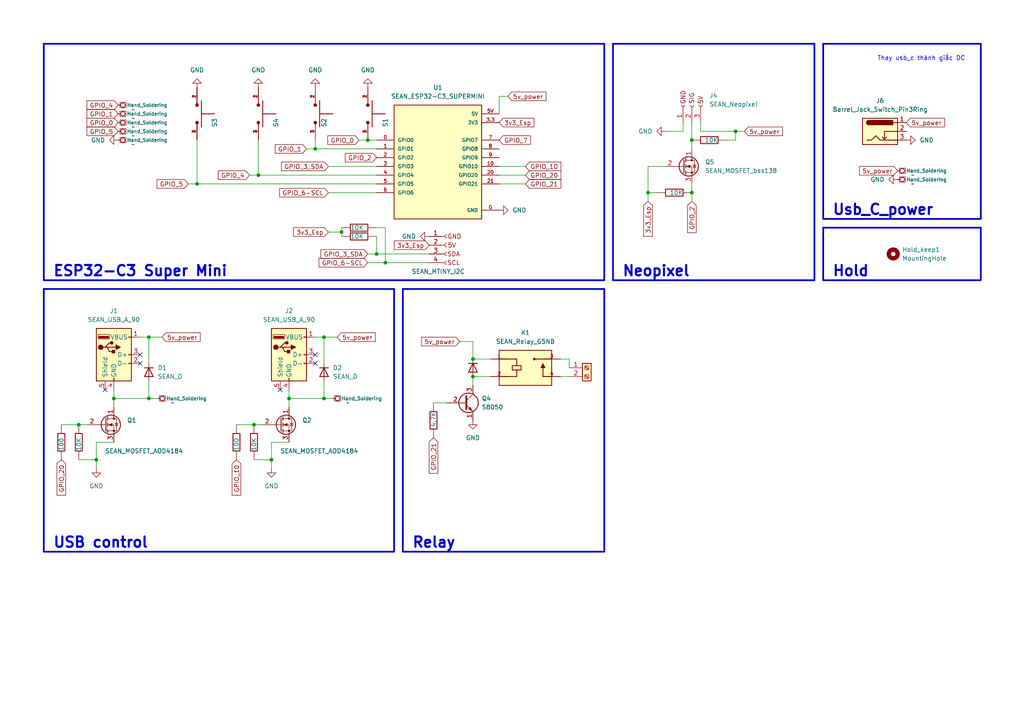
<source format=kicad_sch>
(kicad_sch (version 20231120) (generator "eeschema") (generator_version "8.0")
  (paper "A4")
  (title_block (title "HOMEKIT_TOOL") (date "2024-07-12") (rev "1.1.0"))
  (lib_symbols
    (symbol "Connector:Barrel_Jack_Switch_Pin3Ring" (pin_names hide)
      (property "Reference" "J" (at 0 5.334 0))
      (property "Value" "Barrel_Jack_Switch_Pin3Ring" (at 0 -5.08 0))
      (symbol "Barrel_Jack_Switch_Pin3Ring_0_1"
        (rectangle (start -5.08 3.81) (end 5.08 -3.81) (stroke (width 0.254)) (fill (type background)))
        (arc (start -3.302 3.175) (mid -3.9343 2.54) (end -3.302 1.905) (stroke (width 0.254)))
        (arc (start -3.302 3.175) (mid -3.9343 2.54) (end -3.302 1.905) (stroke (width 0.254)) (fill (type outline)))
        (polyline (pts (xy 1.27 -2.286) (xy 1.905 -1.651)) (stroke (width 0.254)))
        (polyline (pts (xy 5.08 2.54) (xy 3.81 2.54)) (stroke (width 0.254)))
        (polyline (pts (xy 5.08 0) (xy 1.27 0) (xy 1.27 -2.286) (xy 0.635 -1.651)) (stroke (width 0.254)))
        (polyline (pts (xy -3.81 -2.54) (xy -2.54 -2.54) (xy -1.27 -1.27) (xy 0 -2.54) (xy 2.54 -2.54) (xy 5.08 -2.54)) (stroke (width 0.254)))
        (rectangle (start 3.683 3.175) (end -3.302 1.905) (stroke (width 0.254)) (fill (type outline)))
      )
      (symbol "Barrel_Jack_Switch_Pin3Ring_1_1"
        (pin passive line (at 7.62 2.54 180) (length 2.54) (name "~") (number "1"))
        (pin passive line (at 7.62 0 180) (length 2.54) (name "~") (number "2"))
        (pin passive line (at 7.62 -2.54 180) (length 2.54) (name "~") (number "3"))
      )
    )
    (symbol "Library:GND" (power) (pin_numbers hide) (pin_names (offset 0) hide)
      (property "Value" "GND" (at 0 -3.81 0))
      (symbol "GND_0_1"
        (polyline (pts (xy 0 0) (xy 0 -1.27) (xy 1.27 -1.27) (xy 0 -2.54) (xy -1.27 -1.27) (xy 0 -1.27)))
      )
      (symbol "GND_1_1"
        (pin power_in line (at 0 0 270) (length 0) (name "~") (number "1"))
      )
    )
    (symbol "Library:MountingHole" (pin_names (offset 1.016)) (exclude_from_sim yes) (in_bom no)
      (property "Reference" "H" (at 0 5.08 0))
      (property "Value" "MountingHole" (at 0 3.175 0))
      (symbol "MountingHole_0_1"
        (circle (center 0 0) (radius 1.27) (stroke (width 1.27)))
      )
    )
    (symbol "Library:S8050" (pin_names (offset 0) hide)
      (property "Reference" "Q" (at 5.08 1.905 0))
      (property "Value" "S8050" (at 5.08 0 0))
      (symbol "S8050_0_1"
        (polyline (pts (xy 0 0) (xy 0.635 0)))
        (polyline (pts (xy 0.635 0.635) (xy 2.54 2.54)))
        (polyline (pts (xy 0.635 -0.635) (xy 2.54 -2.54) (xy 2.54 -2.54)))
        (polyline (pts (xy 0.635 1.905) (xy 0.635 -1.905) (xy 0.635 -1.905)) (stroke (width 0.508)))
        (polyline (pts (xy 1.27 -1.778) (xy 1.778 -1.27) (xy 2.286 -2.286) (xy 1.27 -1.778) (xy 1.27 -1.778)) (fill (type outline)))
        (circle (center 1.27 0) (radius 2.8194) (stroke (width 0.254)))
      )
      (symbol "S8050_1_1"
        (pin passive line (at 2.54 -5.08 90) (length 2.54) (name "E") (number "1"))
        (pin input line (at -5.08 0 0) (length 5.08) (name "B") (number "2"))
        (pin passive line (at 2.54 5.08 270) (length 2.54) (name "C") (number "3"))
      )
    )
    (symbol "Library:SEAN_Button_4.2x3.3_SMD_V1" (pin_names (offset 1.016))
      (property "Reference" "S" (at -5.08 6.35 0))
      (property "Value" "SEAN_Button_4.2x3.3_SMD_V1" (at -15.24 -5.08 0))
      (symbol "SEAN_Button_4.2x3.3_SMD_V1_0_0"
        (circle (center -2.54 0) (radius 0.254) (stroke (width 0.508)))
        (polyline (pts (xy -3.81 1.27) (xy 0 1.27)) (stroke (width 0.254)))
        (polyline (pts (xy 0 1.27) (xy 0 5.08)) (stroke (width 0.254)))
        (polyline (pts (xy 0 1.27) (xy 3.81 1.27)) (stroke (width 0.254)))
        (circle (center 2.54 0) (radius 0.254) (stroke (width 0.508)))
        (pin passive line (at -7.62 0 0) (length 5.08) (name "~") (number "1"))
        (pin passive line (at -7.62 0 0) (length 5.08) (name "~") (number "2"))
        (pin passive line (at 7.62 0 180) (length 5.08) (name "~") (number "3"))
        (pin passive line (at 7.62 0 180) (length 5.08) (name "~") (number "4"))
      )
    )
    (symbol "Library:SEAN_D" (pin_numbers hide) (pin_names (offset 1.016) hide)
      (property "Reference" "D" (at 0 2.54 0))
      (property "Value" "SEAN_D" (at 0 -2.54 0))
      (symbol "SEAN_D_0_1"
        (polyline (pts (xy -1.27 1.27) (xy -1.27 -1.27)) (stroke (width 0.254)))
        (polyline (pts (xy 1.27 0) (xy -1.27 0)))
        (polyline (pts (xy 1.27 1.27) (xy 1.27 -1.27) (xy -1.27 0) (xy 1.27 1.27)) (stroke (width 0.254)))
      )
      (symbol "SEAN_D_1_1"
        (pin passive line (at -2.54 0 0) (length 2.54) (name "K") (number "1"))
        (pin passive line (at 2.54 0 180) (length 2.54) (name "A") (number "2"))
      )
    )
    (symbol "Library:SEAN_ESP32-C3_SUPERMINI" (pin_names (offset 1.016))
      (property "Reference" "U" (at -12.7 16.002 0))
      (property "Value" "SEAN_ESP32-C3_SUPERMINI" (at -12.7 -20.32 0))
      (symbol "SEAN_ESP32-C3_SUPERMINI_0_0"
        (rectangle (start -12.7 15.24) (end 12.7 -17.78) (stroke (width 0.254)) (fill (type background)))
        (pin bidirectional line (at -17.78 5.08 0) (length 5.08) (name "GPIO0") (number "0"))
        (pin bidirectional line (at -17.78 2.54 0) (length 5.08) (name "GPIO1") (number "1"))
        (pin bidirectional line (at 17.78 -2.54 180) (length 5.08) (name "GPIO10") (number "10"))
        (pin bidirectional line (at -17.78 0 0) (length 5.08) (name "GPIO2") (number "2"))
        (pin bidirectional line (at 17.78 -5.08 180) (length 5.08) (name "GPIO20") (number "20"))
        (pin bidirectional line (at 17.78 -7.62 180) (length 5.08) (name "GPIO21") (number "21"))
        (pin bidirectional line (at -17.78 -2.54 0) (length 5.08) (name "GPIO3") (number "3"))
        (pin power_in line (at 17.78 10.16 180) (length 5.08) (name "3V3") (number "3.3"))
        (pin bidirectional line (at -17.78 -5.08 0) (length 5.08) (name "GPIO4") (number "4"))
        (pin bidirectional line (at -17.78 -7.62 0) (length 5.08) (name "GPIO5") (number "5"))
        (pin power_in line (at 17.78 12.7 180) (length 5.08) (name "5V") (number "5V"))
        (pin bidirectional line (at -17.78 -10.16 0) (length 5.08) (name "GPIO6") (number "6"))
        (pin bidirectional line (at 17.78 5.08 180) (length 5.08) (name "GPIO7") (number "7"))
        (pin bidirectional line (at 17.78 2.54 180) (length 5.08) (name "GPIO8") (number "8"))
        (pin bidirectional line (at 17.78 0 180) (length 5.08) (name "GPIO9") (number "9"))
        (pin power_in line (at 17.78 -15.24 180) (length 5.08) (name "GND") (number "G"))
      )
    )
    (symbol "Library:SEAN_Hand_Solderring"
      (property "Reference" "U" (at 0 1.27 0))
      (symbol "SEAN_Hand_Solderring_0_1"
        (rectangle (start -2.286 0.762) (end -0.508 -0.762))
      )
      (symbol "SEAN_Hand_Solderring_1_1"
        (pin passive inverted (at 0 0 180) (length 2) (name "Hand_Soldering") (number "1"))
      )
    )
    (symbol "Library:SEAN_MOSFET_AOD4184" (pin_names hide)
      (property "Reference" "Q" (at 5.08 1.905 0))
      (property "Value" "SEAN_MOSFET_AOD4184" (at 5.08 0 0))
      (symbol "SEAN_MOSFET_AOD4184_0_1"
        (polyline (pts (xy 0.254 0) (xy -2.54 0)))
        (polyline (pts (xy 0.254 1.905) (xy 0.254 -1.905)) (stroke (width 0.254)))
        (polyline (pts (xy 0.762 -1.27) (xy 0.762 -2.286)) (stroke (width 0.254)))
        (polyline (pts (xy 0.762 0.508) (xy 0.762 -0.508)) (stroke (width 0.254)))
        (polyline (pts (xy 0.762 2.286) (xy 0.762 1.27)) (stroke (width 0.254)))
        (polyline (pts (xy 2.54 2.54) (xy 2.54 1.778)))
        (polyline (pts (xy 2.54 -2.54) (xy 2.54 0) (xy 0.762 0)))
        (polyline (pts (xy 0.762 -1.778) (xy 3.302 -1.778) (xy 3.302 1.778) (xy 0.762 1.778)))
        (polyline (pts (xy 1.016 0) (xy 2.032 0.381) (xy 2.032 -0.381) (xy 1.016 0)) (fill (type outline)))
        (polyline (pts (xy 2.794 0.508) (xy 2.921 0.381) (xy 3.683 0.381) (xy 3.81 0.254)))
        (polyline (pts (xy 3.302 0.381) (xy 2.921 -0.254) (xy 3.683 -0.254) (xy 3.302 0.381)))
        (circle (center 1.651 0) (radius 2.794) (stroke (width 0.254)))
        (circle (center 2.54 -1.778) (radius 0.254) (fill (type outline)))
        (circle (center 2.54 1.778) (radius 0.254) (fill (type outline)))
      )
      (symbol "SEAN_MOSFET_AOD4184_1_1"
        (pin passive line (at 2.54 5.08 270) (length 2.54) (name "D") (number "1"))
        (pin input line (at -5.08 0 0) (length 2.54) (name "G") (number "2"))
        (pin passive line (at 2.54 -5.08 90) (length 2.54) (name "S") (number "3"))
      )
    )
    (symbol "Library:SEAN_MOSFET_bss138" (pin_names hide)
      (property "Reference" "Q" (at 5.08 1.905 0))
      (property "Value" "SEAN_MOSFET_bss138" (at 5.08 0 0))
      (symbol "SEAN_MOSFET_bss138_0_1"
        (polyline (pts (xy 0.254 0) (xy -2.54 0)))
        (polyline (pts (xy 0.254 1.905) (xy 0.254 -1.905)) (stroke (width 0.254)))
        (polyline (pts (xy 0.762 -1.27) (xy 0.762 -2.286)) (stroke (width 0.254)))
        (polyline (pts (xy 0.762 0.508) (xy 0.762 -0.508)) (stroke (width 0.254)))
        (polyline (pts (xy 0.762 2.286) (xy 0.762 1.27)) (stroke (width 0.254)))
        (polyline (pts (xy 2.54 2.54) (xy 2.54 1.778)))
        (polyline (pts (xy 2.54 -2.54) (xy 2.54 0) (xy 0.762 0)))
        (polyline (pts (xy 0.762 -1.778) (xy 3.302 -1.778) (xy 3.302 1.778) (xy 0.762 1.778)))
        (polyline (pts (xy 1.016 0) (xy 2.032 0.381) (xy 2.032 -0.381) (xy 1.016 0)) (fill (type outline)))
        (polyline (pts (xy 2.794 0.508) (xy 2.921 0.381) (xy 3.683 0.381) (xy 3.81 0.254)))
        (polyline (pts (xy 3.302 0.381) (xy 2.921 -0.254) (xy 3.683 -0.254) (xy 3.302 0.381)))
        (circle (center 1.651 0) (radius 2.794) (stroke (width 0.254)))
        (circle (center 2.54 -1.778) (radius 0.254) (fill (type outline)))
        (circle (center 2.54 1.778) (radius 0.254) (fill (type outline)))
      )
      (symbol "SEAN_MOSFET_bss138_1_1"
        (pin passive line (at 2.54 5.08 270) (length 2.54) (name "D") (number "1"))
        (pin input line (at -5.08 0 0) (length 2.54) (name "G") (number "2"))
        (pin passive line (at 2.54 -5.08 90) (length 2.54) (name "S") (number "3"))
      )
    )
    (symbol "Library:SEAN_MTINY_I2C" (pin_names (offset 1.016) hide)
      (property "Reference" "J" (at 0 5.08 0))
      (property "Value" "SEAN_MTINY_I2C" (at 0 -7.62 0))
      (symbol "SEAN_MTINY_I2C_1_1"
        (arc (start 0 -4.572) (mid -0.5058 -5.08) (end 0 -5.588) (stroke (width 0.1524)))
        (arc (start 0 -2.032) (mid -0.5058 -2.54) (end 0 -3.048) (stroke (width 0.1524)))
        (polyline (pts (xy -1.27 -5.08) (xy -0.508 -5.08)) (stroke (width 0.1524)))
        (polyline (pts (xy -1.27 -2.54) (xy -0.508 -2.54)) (stroke (width 0.1524)))
        (polyline (pts (xy -1.27 0) (xy -0.508 0)) (stroke (width 0.1524)))
        (polyline (pts (xy -1.27 2.54) (xy -0.508 2.54)) (stroke (width 0.1524)))
        (arc (start 0 0.508) (mid -0.5058 0) (end 0 -0.508) (stroke (width 0.1524)))
        (arc (start 0 3.048) (mid -0.5058 2.54) (end 0 2.032) (stroke (width 0.1524)))
        (text "5V\n" (at 1.524 0 0) (effects (font (size 1.27 1.27))))
        (text "GND\n" (at 2.286 2.54 0) (effects (font (size 1.27 1.27))))
        (text "SCL" (at 2.032 -5.08 0) (effects (font (size 1.27 1.27))))
        (text "SDA\n" (at 2.032 -2.54 0) (effects (font (size 1.27 1.27))))
        (pin passive line (at -5.08 2.54 0) (length 3.81) (name "GND") (number "1"))
        (pin passive line (at -5.08 0 0) (length 3.81) (name "5V") (number "2"))
        (pin passive line (at -5.08 -2.54 0) (length 3.81) (name "SDA") (number "3"))
        (pin passive line (at -5.08 -5.08 0) (length 3.81) (name "SCL") (number "4"))
      )
    )
    (symbol "Library:SEAN_Mtiny_Terminal_3.81" (pin_names (offset 1.016) hide)
      (property "Reference" "J" (at 0 2.54 0))
      (property "Value" "SEAN_Mtiny_Terminal_3.81" (at 0 -5.08 0))
      (symbol "SEAN_Mtiny_Terminal_3.81_1_1"
        (rectangle (start -1.27 1.27) (end 1.27 -3.81) (stroke (width 0.254)) (fill (type background)))
        (circle (center 0 -2.54) (radius 0.635) (stroke (width 0.1524)))
        (polyline (pts (xy -0.5334 -2.2098) (xy 0.3302 -3.048)) (stroke (width 0.1524)))
        (polyline (pts (xy -0.5334 0.3302) (xy 0.3302 -0.508)) (stroke (width 0.1524)))
        (polyline (pts (xy -0.3556 -2.032) (xy 0.508 -2.8702)) (stroke (width 0.1524)))
        (polyline (pts (xy -0.3556 0.508) (xy 0.508 -0.3302)) (stroke (width 0.1524)))
        (circle (center 0 0) (radius 0.635) (stroke (width 0.1524)))
        (pin passive line (at -5.08 0 0) (length 3.81) (name "Pin_1") (number "1"))
        (pin passive line (at -5.08 -2.54 0) (length 3.81) (name "Pin_2") (number "2"))
      )
    )
    (symbol "Library:SEAN_Neopixel" (pin_names (offset 1.016) hide)
      (property "Reference" "J" (at 0 5.08 0))
      (property "Value" "SEAN_Neopixel" (at -0.254 0.254 0))
      (symbol "SEAN_Neopixel_1_1"
        (arc (start 0 -2.032) (mid -0.5058 -2.54) (end 0 -3.048) (stroke (width 0.1524)))
        (polyline (pts (xy -1.27 -2.54) (xy -0.508 -2.54)) (stroke (width 0.1524)))
        (polyline (pts (xy -1.27 0) (xy -0.508 0)) (stroke (width 0.1524)))
        (polyline (pts (xy -1.27 2.54) (xy -0.508 2.54)) (stroke (width 0.1524)))
        (arc (start 0 0.508) (mid -0.5058 0) (end 0 -0.508) (stroke (width 0.1524)))
        (arc (start 0 3.048) (mid -0.5058 2.54) (end 0 2.032) (stroke (width 0.1524)))
        (text "5V\n" (at 1.524 -2.54 0) (effects (font (size 1.27 1.27))))
        (text "GND\n" (at 2.286 2.54 0) (effects (font (size 1.27 1.27))))
        (text "SIG" (at 2.032 0 0) (effects (font (size 1.27 1.27))))
        (pin passive line (at -5.08 2.54 0) (length 3.81) (name "GND") (number "1"))
        (pin passive line (at -5.08 0 0) (length 3.81) (name "5V") (number "2"))
        (pin passive line (at -5.08 -2.54 0) (length 3.81) (name "SDA") (number "3"))
      )
    )
    (symbol "Library:SEAN_R" (pin_numbers hide) (pin_names (offset 0))
      (property "Reference" "R" (at 0 0 90))
      (property "Value" "R" (at 0 0 90))
      (symbol "SEAN_R_0_1"
        (rectangle (start -1.016 2.54) (end 1.016 -2.54) (stroke (width 0.254)))
      )
      (symbol "SEAN_R_1_1"
        (pin passive line (at 0 5.08 270) (length 2.5) (name "~") (number "1"))
        (pin passive line (at 0 -5.08 90) (length 2.5) (name "~") (number "2"))
      )
    )
    (symbol "Library:SEAN_Relay_G5NB" (pin_names (offset 1.016))
      (property "Reference" "K" (at -7.62 6.35 0))
      (property "Value" "SEAN_Relay_G5NB" (at -7.62 -7.62 0))
      (symbol "SEAN_Relay_G5NB_0_0"
        (rectangle (start -7.62 5.08) (end 7.62 -5.08) (stroke (width 0.254)) (fill (type background)))
        (polyline (pts (xy -7.62 -2.54) (xy -2.54 -2.54)) (stroke (width 0.254)))
        (polyline (pts (xy -7.62 2.54) (xy -2.54 2.54)) (stroke (width 0.254)))
        (polyline (pts (xy -3.81 -0.635) (xy -3.81 0.635)) (stroke (width 0.254)))
        (polyline (pts (xy -3.81 0.635) (xy -2.54 0.635)) (stroke (width 0.254)))
        (polyline (pts (xy -2.54 -0.635) (xy -3.81 -0.635)) (stroke (width 0.254)))
        (polyline (pts (xy -2.54 -0.635) (xy -2.54 -2.54)) (stroke (width 0.254)))
        (polyline (pts (xy -2.54 0.635) (xy -1.27 0.635)) (stroke (width 0.254)))
        (polyline (pts (xy -2.54 2.54) (xy -2.54 0.635)) (stroke (width 0.254)))
        (polyline (pts (xy -1.27 -0.635) (xy -2.54 -0.635)) (stroke (width 0.254)))
        (polyline (pts (xy -1.27 0.635) (xy -1.27 -0.635)) (stroke (width 0.254)))
        (polyline (pts (xy 5.08 -2.54) (xy 5.08 0)) (stroke (width 0.254)))
        (polyline (pts (xy 7.62 -2.54) (xy 5.08 -2.54)) (stroke (width 0.254)))
        (polyline (pts (xy 7.62 2.54) (xy 2.54 2.54)) (stroke (width 0.254)))
        (polyline (pts (xy 4.445 0) (xy 5.715 0) (xy 5.08 1.27) (xy 4.445 0)) (stroke (width 0.1524)) (fill (type outline)))
        (circle (center 2.54 2.54) (radius 0.254) (stroke (width 0.254)))
        (pin passive line (at -10.16 2.54 0) (length 5.08) (name "~") (number "1"))
        (pin passive line (at -10.16 -2.54 0) (length 5.08) (name "~") (number "2"))
        (pin passive line (at 10.16 2.54 180) (length 5.08) (name "~") (number "3"))
        (pin passive line (at 10.16 -2.54 180) (length 5.08) (name "~") (number "4"))
      )
    )
    (symbol "Library:SEAN_USB_A_90" (pin_names (offset 1.016))
      (property "Reference" "J" (at -5.08 11.43 0))
      (property "Value" "SEAN_USB_A_90" (at -5.08 8.89 0))
      (symbol "SEAN_USB_A_90_0_1"
        (rectangle (start -5.08 -7.62) (end 5.08 7.62) (stroke (width 0.254)) (fill (type background)))
        (circle (center -3.81 2.159) (radius 0.635) (stroke (width 0.254)) (fill (type outline)))
        (rectangle (start -1.524 4.826) (end -4.318 5.334) (fill (type outline)))
        (rectangle (start -1.27 4.572) (end -4.572 5.842))
        (circle (center -0.635 3.429) (radius 0.381) (stroke (width 0.254)) (fill (type outline)))
        (rectangle (start -0.127 -7.62) (end 0.127 -6.858))
        (polyline (pts (xy -3.175 2.159) (xy -2.54 2.159) (xy -1.27 3.429) (xy -0.635 3.429)) (stroke (width 0.254)))
        (polyline (pts (xy -2.54 2.159) (xy -1.905 2.159) (xy -1.27 0.889) (xy 0 0.889)) (stroke (width 0.254)))
        (polyline (pts (xy 0.635 2.794) (xy 0.635 1.524) (xy 1.905 2.159) (xy 0.635 2.794)) (stroke (width 0.254)) (fill (type outline)))
        (rectangle (start 0.254 1.27) (end -0.508 0.508) (stroke (width 0.254)) (fill (type outline)))
        (rectangle (start 5.08 -2.667) (end 4.318 -2.413))
        (rectangle (start 5.08 -0.127) (end 4.318 0.127))
        (rectangle (start 5.08 4.953) (end 4.318 5.207))
      )
      (symbol "SEAN_USB_A_90_1_1"
        (polyline (pts (xy -1.905 2.159) (xy 0.635 2.159)) (stroke (width 0.254)))
        (pin power_in line (at 7.62 5.08 180) (length 2.54) (name "VBUS") (number "1"))
        (pin bidirectional line (at 7.62 -2.54 180) (length 2.54) (name "D-") (number "2"))
        (pin bidirectional line (at 7.62 0 180) (length 2.54) (name "D+") (number "3"))
        (pin power_in line (at 0 -10.16 90) (length 2.54) (name "GND") (number "4"))
        (pin passive line (at -2.54 -10.16 90) (length 2.54) (name "Shield") (number "5"))
      )
    )
  )
  (junction (at 109.22 73.66))
  (junction (at 93.98 115.57))
  (junction (at 43.18 115.57))
  (junction (at 200.66 40.64))
  (junction (at 33.02 115.57))
  (junction (at 213.36 38.1))
  (junction (at 73.66 123.19))
  (junction (at 106.68 40.64))
  (junction (at 83.82 115.57))
  (junction (at 137.16 109.22))
  (junction (at 91.44 43.18))
  (junction (at 74.93 50.8))
  (junction (at 78.74 133.35))
  (junction (at 137.16 104.14))
  (junction (at 43.18 97.79))
  (junction (at 99.06 67.31))
  (junction (at 93.98 97.79))
  (junction (at 57.15 53.34))
  (junction (at 111.76 76.2))
  (junction (at 27.94 133.35))
  (junction (at 22.86 123.19))
  (junction (at 187.96 55.88))
  (junction (at 200.66 55.88))
  (no_connect (at 30.48 113.03))
  (no_connect (at 91.44 105.41))
  (no_connect (at 40.64 105.41))
  (no_connect (at 40.64 102.87))
  (no_connect (at 81.28 113.03))
  (no_connect (at 91.44 102.87))
  (wire (pts (xy 72.39 50.8) (xy 74.93 50.8)))
  (wire (pts (xy 137.16 111.76) (xy 137.16 109.22)))
  (wire (pts (xy 93.98 97.79) (xy 91.44 97.79)))
  (wire (pts (xy 200.66 40.64) (xy 200.66 43.18)))
  (wire (pts (xy 33.02 115.57) (xy 43.18 115.57)))
  (wire (pts (xy 91.44 43.18) (xy 109.22 43.18)))
  (wire (pts (xy 95.25 48.26) (xy 109.22 48.26)))
  (wire (pts (xy 210.82 40.64) (xy 213.36 40.64)))
  (wire (pts (xy 93.98 97.79) (xy 93.98 105.41)))
  (wire (pts (xy 27.94 128.27) (xy 33.02 128.27)))
  (wire (pts (xy 111.76 66.04) (xy 111.76 76.2)))
  (wire (pts (xy 33.02 115.57) (xy 33.02 118.11)))
  (wire (pts (xy 83.82 115.57) (xy 93.98 115.57)))
  (wire (pts (xy 133.35 99.06) (xy 137.16 99.06)))
  (wire (pts (xy 152.4 50.8) (xy 144.78 50.8)))
  (wire (pts (xy 73.66 123.19) (xy 76.2 123.19)))
  (wire (pts (xy 187.96 48.26) (xy 193.04 48.26)))
  (wire (pts (xy 187.96 58.42) (xy 187.96 55.88)))
  (wire (pts (xy 54.61 53.34) (xy 57.15 53.34)))
  (wire (pts (xy 43.18 97.79) (xy 40.64 97.79)))
  (wire (pts (xy 83.82 113.03) (xy 83.82 115.57)))
  (wire (pts (xy 78.74 133.35) (xy 78.74 128.27)))
  (wire (pts (xy 22.86 133.35) (xy 27.94 133.35)))
  (wire (pts (xy 152.4 48.26) (xy 144.78 48.26)))
  (wire (pts (xy 78.74 128.27) (xy 83.82 128.27)))
  (wire (pts (xy 33.02 113.03) (xy 33.02 115.57)))
  (wire (pts (xy 99.06 66.04) (xy 99.06 67.31)))
  (wire (pts (xy 187.96 55.88) (xy 190.5 55.88)))
  (wire (pts (xy 106.68 40.64) (xy 109.22 40.64)))
  (wire (pts (xy 93.98 97.79) (xy 97.79 97.79)))
  (wire (pts (xy 73.66 133.35) (xy 78.74 133.35)))
  (wire (pts (xy 165.1 104.14) (xy 162.56 104.14)))
  (wire (pts (xy 95.25 55.88) (xy 109.22 55.88)))
  (wire (pts (xy 200.66 58.42) (xy 200.66 55.88)))
  (wire (pts (xy 200.66 35.56) (xy 200.66 40.64)))
  (wire (pts (xy 200.66 55.88) (xy 200.66 53.34)))
  (wire (pts (xy 78.74 133.35) (xy 78.74 135.89)))
  (wire (pts (xy 144.78 27.94) (xy 144.78 33.02)))
  (wire (pts (xy 99.06 67.31) (xy 99.06 68.58)))
  (wire (pts (xy 45.72 115.57) (xy 43.18 115.57)))
  (wire (pts (xy 93.98 115.57) (xy 93.98 110.49)))
  (wire (pts (xy 95.25 67.31) (xy 99.06 67.31)))
  (wire (pts (xy 93.98 115.57) (xy 96.52 115.57)))
  (wire (pts (xy 203.2 38.1) (xy 203.2 35.56)))
  (wire (pts (xy 152.4 53.34) (xy 144.78 53.34)))
  (wire (pts (xy 187.96 48.26) (xy 187.96 55.88)))
  (wire (pts (xy 198.12 38.1) (xy 198.12 35.56)))
  (wire (pts (xy 57.15 53.34) (xy 109.22 53.34)))
  (wire (pts (xy 91.44 40.64) (xy 91.44 43.18)))
  (wire (pts (xy 57.15 40.64) (xy 57.15 53.34)))
  (wire (pts (xy 83.82 115.57) (xy 83.82 118.11)))
  (wire (pts (xy 27.94 128.27) (xy 27.94 133.35)))
  (wire (pts (xy 215.9 38.1) (xy 213.36 38.1)))
  (wire (pts (xy 111.76 76.2) (xy 124.46 76.2)))
  (wire (pts (xy 213.36 38.1) (xy 203.2 38.1)))
  (wire (pts (xy 17.78 123.19) (xy 22.86 123.19)))
  (wire (pts (xy 109.22 68.58) (xy 109.22 73.66)))
  (wire (pts (xy 106.68 76.2) (xy 111.76 76.2)))
  (wire (pts (xy 109.22 66.04) (xy 111.76 66.04)))
  (wire (pts (xy 162.56 109.22) (xy 165.1 109.22)))
  (wire (pts (xy 27.94 133.35) (xy 27.94 135.89)))
  (wire (pts (xy 43.18 115.57) (xy 43.18 110.49)))
  (wire (pts (xy 125.73 116.84) (xy 129.54 116.84)))
  (wire (pts (xy 109.22 73.66) (xy 124.46 73.66)))
  (wire (pts (xy 137.16 99.06) (xy 137.16 104.14)))
  (wire (pts (xy 22.86 123.19) (xy 25.4 123.19)))
  (wire (pts (xy 193.04 38.1) (xy 198.12 38.1)))
  (wire (pts (xy 137.16 109.22) (xy 142.24 109.22)))
  (wire (pts (xy 104.14 40.64) (xy 106.68 40.64)))
  (wire (pts (xy 165.1 106.68) (xy 165.1 104.14)))
  (wire (pts (xy 68.58 123.19) (xy 73.66 123.19)))
  (wire (pts (xy 74.93 50.8) (xy 109.22 50.8)))
  (wire (pts (xy 213.36 40.64) (xy 213.36 38.1)))
  (wire (pts (xy 144.78 27.94) (xy 147.32 27.94)))
  (wire (pts (xy 88.9 43.18) (xy 91.44 43.18)))
  (wire (pts (xy 43.18 97.79) (xy 46.99 97.79)))
  (wire (pts (xy 43.18 97.79) (xy 43.18 105.41)))
  (wire (pts (xy 106.68 73.66) (xy 109.22 73.66)))
  (wire (pts (xy 137.16 104.14) (xy 142.24 104.14)))
  (wire (pts (xy 74.93 40.64) (xy 74.93 50.8)))
  (rectangle (start 238.76 12.7) (end 284.48 63.5) (stroke (width 0.5)))
  (rectangle (start 238.76 66.04) (end 284.48 81.28) (stroke (width 0.5)))
  (rectangle (start 12.7 83.82) (end 114.3 160.02) (stroke (width 0.5)))
  (rectangle (start 12.7 12.7) (end 175.26 81.28) (stroke (width 0.5)))
  (rectangle (start 116.84 83.82) (end 175.26 160.02) (stroke (width 0.5)))
  (rectangle (start 177.8 12.7) (end 236.22 81.28) (stroke (width 0.5)))
  (text "Relay" (at 119.38 157.48 0) (effects (font (size 3 3) (thickness 0.6) (bold yes)) (justify left)))
  (text "ESP32-C3 Super Mini\n" (at 15.24 78.74 0) (effects (font (size 3 3) (thickness 0.6) (bold yes)) (justify left)))
  (text "Thay usb_c thành giắc DC\n" (at 267.208 17.018 0) (effects (font (size 1.27 1.27))))
  (text "Hold\n" (at 241.3 78.74 0) (effects (font (size 3 3) (thickness 0.6) (bold yes)) (justify left)))
  (text "Usb_C_power" (at 241.3 60.96 0) (effects (font (size 3 3) (thickness 0.6) (bold yes)) (justify left)))
  (text "Neopixel" (at 180.34 78.74 0) (effects (font (size 3 3) (thickness 0.6) (bold yes)) (justify left)))
  (text "USB control" (at 15.24 157.48 0) (effects (font (size 3 3) (thickness 0.6) (bold yes)) (justify left)))
  (global_label "GPIO_5" (shape input) (at 54.61 53.34 180) (property "Intersheetrefs" "${INTERSHEET_REFS}" (effects (hide yes))))
  (global_label "GPIO_0" (shape input) (at 104.14 40.64 180) (property "Intersheetrefs" "${INTERSHEET_REFS}" (effects (hide yes))))
  (global_label "GPIO_4" (shape input) (at 34.29 30.48 180) (property "Intersheetrefs" "${INTERSHEET_REFS}" (effects (hide yes))))
  (global_label "GPIO_21" (shape input) (at 152.4 53.34 0) (property "Intersheetrefs" "${INTERSHEET_REFS}" (effects (hide yes))))
  (global_label "GPIO_10" (shape input) (at 152.4 48.26 0) (property "Intersheetrefs" "${INTERSHEET_REFS}" (effects (hide yes))))
  (global_label "5v_power" (shape input) (at 215.9 38.1 0) (property "Intersheetrefs" "${INTERSHEET_REFS}" (effects (hide yes))))
  (global_label "GPIO_2" (shape input) (at 200.66 58.42 270) (property "Intersheetrefs" "${INTERSHEET_REFS}" (effects (hide yes))))
  (global_label "GPIO_0" (shape input) (at 34.29 35.56 180) (property "Intersheetrefs" "${INTERSHEET_REFS}" (effects (hide yes))))
  (global_label "5v_power" (shape input) (at 133.35 99.06 180) (property "Intersheetrefs" "${INTERSHEET_REFS}" (effects (hide yes))))
  (global_label "GPIO_1" (shape input) (at 88.9 43.18 180) (property "Intersheetrefs" "${INTERSHEET_REFS}" (effects (hide yes))))
  (global_label "5v_power" (shape input) (at 147.32 27.94 0) (property "Intersheetrefs" "${INTERSHEET_REFS}" (effects (hide yes))))
  (global_label "GPIO_10" (shape input) (at 68.58 133.35 270) (property "Intersheetrefs" "${INTERSHEET_REFS}" (effects (hide yes))))
  (global_label "5v_power" (shape input) (at 260.35 49.53 180) (property "Intersheetrefs" "${INTERSHEET_REFS}" (effects (hide yes))))
  (global_label "3v3_Esp" (shape input) (at 124.46 71.12 180) (property "Intersheetrefs" "${INTERSHEET_REFS}" (effects (hide yes))))
  (global_label "GPIO_20" (shape input) (at 152.4 50.8 0) (property "Intersheetrefs" "${INTERSHEET_REFS}" (effects (hide yes))))
  (global_label "GPIO_6-SCL" (shape input) (at 95.25 55.88 180) (property "Intersheetrefs" "${INTERSHEET_REFS}" (effects (hide yes))))
  (global_label "GPIO_20" (shape input) (at 17.78 133.35 270) (property "Intersheetrefs" "${INTERSHEET_REFS}" (effects (hide yes))))
  (global_label "GPIO_3_SDA" (shape input) (at 106.68 73.66 180) (property "Intersheetrefs" "${INTERSHEET_REFS}" (effects (hide yes))))
  (global_label "5v_power" (shape input) (at 46.99 97.79 0) (property "Intersheetrefs" "${INTERSHEET_REFS}" (effects (hide yes))))
  (global_label "GPIO_2" (shape input) (at 109.22 45.72 180) (property "Intersheetrefs" "${INTERSHEET_REFS}" (effects (hide yes))))
  (global_label "3v3_Esp" (shape input) (at 95.25 67.31 180) (property "Intersheetrefs" "${INTERSHEET_REFS}" (effects (hide yes))))
  (global_label "3v3_Esp" (shape input) (at 187.96 58.42 270) (property "Intersheetrefs" "${INTERSHEET_REFS}" (effects (hide yes))))
  (global_label "GPIO_1" (shape input) (at 34.29 33.02 180) (property "Intersheetrefs" "${INTERSHEET_REFS}" (effects (hide yes))))
  (global_label "GPIO_4" (shape input) (at 72.39 50.8 180) (property "Intersheetrefs" "${INTERSHEET_REFS}" (effects (hide yes))))
  (global_label "GPIO_7" (shape input) (at 144.78 40.64 0) (property "Intersheetrefs" "${INTERSHEET_REFS}" (effects (hide yes))))
  (global_label "GPIO_3_SDA" (shape input) (at 95.25 48.26 180) (property "Intersheetrefs" "${INTERSHEET_REFS}" (effects (hide yes))))
  (global_label "GPIO_6-SCL" (shape input) (at 106.68 76.2 180) (property "Intersheetrefs" "${INTERSHEET_REFS}" (effects (hide yes))))
  (global_label "GPIO_5" (shape input) (at 34.29 38.1 180) (property "Intersheetrefs" "${INTERSHEET_REFS}" (effects (hide yes))))
  (global_label "GPIO_21" (shape input) (at 125.73 127 270) (property "Intersheetrefs" "${INTERSHEET_REFS}" (effects (hide yes))))
  (global_label "5v_power" (shape input) (at 262.89 35.56 0) (property "Intersheetrefs" "${INTERSHEET_REFS}" (effects (hide yes))))
  (global_label "3v3_Esp" (shape input) (at 144.78 35.56 0) (property "Intersheetrefs" "${INTERSHEET_REFS}" (effects (hide yes))))
  (global_label "5v_power" (shape input) (at 97.79 97.79 0) (property "Intersheetrefs" "${INTERSHEET_REFS}" (effects (hide yes))))
  (symbol (lib_id "Library:GND") (at 137.16 121.92 0) (unit 1)
    (property "Reference" "#PWR011" (effects (hide yes)))
    (property "Value" "GND" (at 137.16 127 0))
    (property "Description" "Power symbol creates a global label with name \"GND\" , ground" (effects (hide yes)))
  )
  (symbol (lib_id "Library:GND") (at 124.46 68.58 270) (unit 1)
    (property "Reference" "#PWR08" (effects (hide yes)))
    (property "Value" "GND" (at 120.65 68.5799 90) (effects (justify right)))
    (property "Description" "Power symbol creates a global label with name \"GND\" , ground" (effects (hide yes)))
  )
  (symbol (lib_id "Library:SEAN_Hand_Solderring") (at 260.35 49.53 180) (unit 1)
    (property "Reference" "U5" (effects (hide yes)))
    (property "Value" "~" (at 264.16 50.8 0) (effects (justify right)))
    (property "Footprint" "SEAN_connect:SEAN_Hand_Solderring" (effects (hide yes)))
  )
  (symbol (lib_id "Library:SEAN_D") (at 43.18 107.95 270) (unit 1)
    (property "Reference" "D1" (at 45.72 106.6799 90) (effects (justify left)))
    (property "Value" "SEAN_D" (at 45.72 109.2199 90) (effects (justify left)))
    (property "Footprint" "SEAN_Device_sym:SEAN_Diode_1N4007" (effects (hide yes)))
    (property "Description" "Diode" (effects (hide yes)))
    (property "Sim.Device" "D" (effects (hide yes)))
    (property "Sim.Pins" "1=K 2=A" (effects (hide yes)))
  )
  (symbol (lib_id "Library:SEAN_Button_4.2x3.3_SMD_V1") (at 106.68 33.02 270) (unit 1)
    (property "Reference" "S1" (at 111.76 35.56 0))
    (property "Value" "SEAN_Button_4.2x3.3_SMD_V1" (effects (hide yes)))
    (property "Footprint" "SEAN_Device_sym:SEAN_Button_4.2x3.3_SMD_V1" (effects (hide yes)))
    (property "Description" "\nSwitch Tactile N.O. SPST Button J-Bend 0.05A 16VDC 1.57N SMD Automotive T/R\n" (effects (hide yes)))
    (property "MF" "ALPS" (effects (hide yes)))
    (property "MAXIMUM_PACKAGE_HEIGHT" "2.5 mm" (effects (hide yes)))
    (property "Package" "None" (effects (hide yes)))
    (property "Price" "None" (effects (hide yes)))
    (property "Check_prices" "https://www.snapeda.com/parts/SKRPABE010/ALPS/view-part/?ref=eda" (effects (hide yes)))
    (property "STANDARD" "Manufacturer Recommendations" (effects (hide yes)))
    (property "SnapEDA_Link" "https://www.snapeda.com/parts/SKRPABE010/ALPS/view-part/?ref=snap" (effects (hide yes)))
    (property "MP" "SKRPABE010" (effects (hide yes)))
    (property "Purchase-URL" "https://www.snapeda.com/api/url_track_click_mouser/?unipart_id=652544&manufacturer=ALPS&part_name=SKRPABE010&search_term=None" (effects (hide yes)))
    (property "Availability" "In Stock" (effects (hide yes)))
    (property "MANUFACTURER" "Alps" (effects (hide yes)))
  )
  (symbol (lib_id "Library:GND") (at 57.15 25.4 180) (unit 1)
    (property "Reference" "#PWR01" (effects (hide yes)))
    (property "Value" "GND" (at 57.15 20.32 0))
    (property "Description" "Power symbol creates a global label with name \"GND\" , ground" (effects (hide yes)))
  )
  (symbol (lib_id "Library:SEAN_Hand_Solderring") (at 34.29 35.56 180) (unit 1)
    (property "Reference" "U6" (effects (hide yes)))
    (property "Value" "~" (at 38.1 36.83 0) (effects (justify right)))
    (property "Footprint" "SEAN_connect:SEAN_Hand_Solderring" (effects (hide yes)))
  )
  (symbol (lib_id "Library:GND") (at 193.04 38.1 270) (unit 1)
    (property "Reference" "#PWR09" (effects (hide yes)))
    (property "Value" "GND" (at 189.23 38.0999 90) (effects (justify right)))
    (property "Description" "Power symbol creates a global label with name \"GND\" , ground" (effects (hide yes)))
  )
  (symbol (lib_id "Library:SEAN_R") (at 205.74 40.64 90) (unit 1)
    (property "Reference" "R9" (effects (hide yes)))
    (property "Value" "10K" (at 208.28 40.64 90) (effects (justify left)))
    (property "Footprint" "Resistor_SMD:R_0603_1608Metric_Pad0.98x0.95mm_HandSolder" (effects (hide yes)))
    (property "Description" "Resistor" (effects (hide yes)))
  )
  (symbol (lib_id "Library:SEAN_Button_4.2x3.3_SMD_V1") (at 57.15 33.02 270) (unit 1)
    (property "Reference" "S3" (at 62.23 35.56 0))
    (property "Value" "SEAN_Button_4.2x3.3_SMD_V1" (effects (hide yes)))
    (property "Footprint" "SEAN_Device_sym:SEAN_Button_4.2x3.3_SMD_V1" (effects (hide yes)))
    (property "Description" "\nSwitch Tactile N.O. SPST Button J-Bend 0.05A 16VDC 1.57N SMD Automotive T/R\n" (effects (hide yes)))
    (property "MF" "ALPS" (effects (hide yes)))
    (property "MAXIMUM_PACKAGE_HEIGHT" "2.5 mm" (effects (hide yes)))
    (property "Package" "None" (effects (hide yes)))
    (property "Price" "None" (effects (hide yes)))
    (property "Check_prices" "https://www.snapeda.com/parts/SKRPABE010/ALPS/view-part/?ref=eda" (effects (hide yes)))
    (property "STANDARD" "Manufacturer Recommendations" (effects (hide yes)))
    (property "SnapEDA_Link" "https://www.snapeda.com/parts/SKRPABE010/ALPS/view-part/?ref=snap" (effects (hide yes)))
    (property "MP" "SKRPABE010" (effects (hide yes)))
    (property "Purchase-URL" "https://www.snapeda.com/api/url_track_click_mouser/?unipart_id=652544&manufacturer=ALPS&part_name=SKRPABE010&search_term=None" (effects (hide yes)))
    (property "Availability" "In Stock" (effects (hide yes)))
    (property "MANUFACTURER" "Alps" (effects (hide yes)))
  )
  (symbol (lib_id "Library:SEAN_MTINY_I2C") (at 129.54 71.12 0) (unit 1)
    (property "Reference" "J5" (effects (hide yes)))
    (property "Value" "SEAN_MTINY_I2C" (at 119.38 78.74 0) (effects (justify left)))
    (property "Footprint" "SEAN_Mtiny:SEAN_Mtiny_I2C" (effects (hide yes)))
  )
  (symbol (lib_id "Library:S8050") (at 134.62 116.84 0) (unit 1)
    (property "Reference" "Q4" (at 139.7 115.5699 0) (effects (justify left)))
    (property "Value" "S8050" (at 139.7 118.1099 0) (effects (justify left)))
    (property "Footprint" "Package_TO_SOT_SMD:SOT-23-3" (effects (hide yes)))
    (property "Datasheet" "http://www.unisonic.com.tw/datasheet/S8050.pdf" (effects (hide yes)))
    (property "Description" "0.7A Ic, 20V Vce, Low Voltage High Current NPN Transistor, TO-92" (effects (hide yes)))
  )
  (symbol (lib_id "Library:SEAN_Hand_Solderring") (at 34.29 40.64 180) (unit 1)
    (property "Reference" "U3" (effects (hide yes)))
    (property "Value" "~" (at 38.1 41.91 0) (effects (justify right)))
    (property "Footprint" "SEAN_connect:SEAN_Hand_Solderring" (effects (hide yes)))
  )
  (symbol (lib_id "Library:SEAN_USB_A_90") (at 83.82 102.87 0) (unit 1)
    (property "Reference" "J2" (at 83.82 90.17 0))
    (property "Value" "SEAN_USB_A_90" (at 83.82 92.71 0))
    (property "Footprint" "SEAN_connect:SEAN_USB_A_90" (effects (hide yes)))
    (property "Datasheet" " ~" (effects (hide yes)))
    (property "Description" "USB Type A connector" (effects (hide yes)))
  )
  (symbol (lib_id "Library:SEAN_R") (at 68.58 128.27 0) (unit 1)
    (property "Reference" "R5" (effects (hide yes)))
    (property "Value" "100" (at 68.58 130.81 90) (effects (justify left)))
    (property "Footprint" "Resistor_SMD:R_0603_1608Metric_Pad0.98x0.95mm_HandSolder" (effects (hide yes)))
    (property "Description" "Resistor" (effects (hide yes)))
  )
  (symbol (lib_id "Library:SEAN_D") (at 137.16 106.68 270) (unit 1)
    (property "Reference" "D3" (effects (hide yes)))
    (property "Value" "SEAN_D" (effects (hide yes)))
    (property "Footprint" "SEAN_Device_sym:SEAN_Diode_1N4007" (effects (hide yes)))
    (property "Description" "Diode" (effects (hide yes)))
    (property "Sim.Device" "D" (effects (hide yes)))
    (property "Sim.Pins" "1=K 2=A" (effects (hide yes)))
  )
  (symbol (lib_id "Library:SEAN_R") (at 17.78 128.27 0) (unit 1)
    (property "Reference" "R4" (effects (hide yes)))
    (property "Value" "100" (at 17.78 130.81 90) (effects (justify left)))
    (property "Footprint" "Resistor_SMD:R_0603_1608Metric_Pad0.98x0.95mm_HandSolder" (effects (hide yes)))
    (property "Description" "Resistor" (effects (hide yes)))
  )
  (symbol (lib_id "Library:SEAN_R") (at 125.73 121.92 180) (unit 1)
    (property "Reference" "R3" (effects (hide yes)))
    (property "Value" "4.7K" (at 125.73 119.38 90) (effects (justify left)))
    (property "Footprint" "Resistor_SMD:R_0603_1608Metric_Pad0.98x0.95mm_HandSolder" (effects (hide yes)))
    (property "Description" "Resistor" (effects (hide yes)))
  )
  (symbol (lib_id "Library:SEAN_Hand_Solderring") (at 260.35 52.07 180) (unit 1)
    (property "Reference" "U8" (effects (hide yes)))
    (property "Value" "~" (at 264.16 53.34 0) (effects (justify right)))
    (property "Footprint" "SEAN_connect:SEAN_Hand_Solderring" (effects (hide yes)))
  )
  (symbol (lib_id "Library:MountingHole") (at 259.08 73.66 0) (unit 1)
    (property "Reference" "Hold_keep1" (at 261.62 72.3899 0) (effects (justify left)))
    (property "Value" "MountingHole" (at 261.62 74.9299 0) (effects (justify left)))
    (property "Footprint" "SEAN_MountingHole:SEAN_MountingHole_3mm_isolated" (effects (hide yes)))
    (property "Description" "Mounting Hole without connection" (effects (hide yes)))
  )
  (symbol (lib_id "Library:SEAN_USB_A_90") (at 33.02 102.87 0) (unit 1)
    (property "Reference" "J1" (at 33.02 90.17 0))
    (property "Value" "SEAN_USB_A_90" (at 33.02 92.71 0))
    (property "Footprint" "SEAN_connect:SEAN_USB_A_90" (effects (hide yes)))
    (property "Datasheet" " ~" (effects (hide yes)))
    (property "Description" "USB Type A connector" (effects (hide yes)))
  )
  (symbol (lib_id "Library:SEAN_Hand_Solderring") (at 34.29 30.48 180) (unit 1)
    (property "Reference" "U2" (effects (hide yes)))
    (property "Value" "~" (at 38.1 31.75 0) (effects (justify right)))
    (property "Footprint" "SEAN_connect:SEAN_Hand_Solderring" (effects (hide yes)))
  )
  (symbol (lib_id "Library:SEAN_ESP32-C3_SUPERMINI") (at 127 45.72 0) (unit 1)
    (property "Reference" "U1" (at 127 25.4 0))
    (property "Value" "SEAN_ESP32-C3_SUPERMINI" (at 127 27.94 0))
    (property "Footprint" "SEAN_ESP:SEAN_ESP32-C3_SUPERMINI" (effects (hide yes)))
    (property "MF" "Espressif Systems" (effects (hide yes)))
    (property "MAXIMUM_PACKAGE_HEIGHT" "4.2mm" (effects (hide yes)))
    (property "Package" "Package" (effects (hide yes)))
    (property "Price" "None" (effects (hide yes)))
    (property "Check_prices" "https://www.snapeda.com/parts/ESP32-C3%20SuperMini/Espressif+Systems/view-part/?ref=eda" (effects (hide yes)))
    (property "STANDARD" "Manufacturer Recommendations" (effects (hide yes)))
    (property "SnapEDA_Link" "https://www.snapeda.com/parts/ESP32-C3%20SuperMini/Espressif+Systems/view-part/?ref=snap" (effects (hide yes)))
    (property "MP" "ESP32-C3 SuperMini" (effects (hide yes)))
    (property "Description_1" "\nSuper tiny ESP32-C3 board\n" (effects (hide yes)))
    (property "Availability" "Not in stock" (effects (hide yes)))
    (property "MANUFACTURER" "Espressif" (effects (hide yes)))
  )
  (symbol (lib_id "Library:GND") (at 34.29 40.64 270) (unit 1)
    (property "Reference" "#PWR014" (effects (hide yes)))
    (property "Value" "GND" (at 30.48 40.6399 90) (effects (justify right)))
    (property "Description" "Power symbol creates a global label with name \"GND\" , ground" (effects (hide yes)))
  )
  (symbol (lib_id "Library:SEAN_R") (at 104.14 68.58 270) (unit 1)
    (property "Reference" "R7" (effects (hide yes)))
    (property "Value" "10K" (at 101.6 68.58 90) (effects (justify left)))
    (property "Footprint" "Resistor_SMD:R_0603_1608Metric_Pad0.98x0.95mm_HandSolder" (effects (hide yes)))
    (property "Description" "Resistor" (effects (hide yes)))
  )
  (symbol (lib_id "Library:GND") (at 74.93 25.4 180) (unit 1)
    (property "Reference" "#PWR02" (effects (hide yes)))
    (property "Value" "GND" (at 74.93 20.32 0))
    (property "Description" "Power symbol creates a global label with name \"GND\" , ground" (effects (hide yes)))
  )
  (symbol (lib_id "Library:SEAN_D") (at 93.98 107.95 270) (unit 1)
    (property "Reference" "D2" (at 96.52 106.6799 90) (effects (justify left)))
    (property "Value" "SEAN_D" (at 96.52 109.2199 90) (effects (justify left)))
    (property "Footprint" "SEAN_Device_sym:SEAN_Diode_1N4007" (effects (hide yes)))
    (property "Description" "Diode" (effects (hide yes)))
    (property "Sim.Device" "D" (effects (hide yes)))
    (property "Sim.Pins" "1=K 2=A" (effects (hide yes)))
  )
  (symbol (lib_id "Library:SEAN_R") (at 73.66 128.27 0) (unit 1)
    (property "Reference" "R2" (effects (hide yes)))
    (property "Value" "10K" (at 73.66 130.81 90) (effects (justify left)))
    (property "Footprint" "Resistor_SMD:R_0603_1608Metric_Pad0.98x0.95mm_HandSolder" (effects (hide yes)))
    (property "Description" "Resistor" (effects (hide yes)))
  )
  (symbol (lib_id "Connector:Barrel_Jack_Switch_Pin3Ring") (at 255.27 38.1 0) (unit 1)
    (property "Reference" "J6" (at 255.27 29.21 0))
    (property "Value" "Barrel_Jack_Switch_Pin3Ring" (at 255.27 31.75 0))
    (property "Footprint" "Connector_BarrelJack:BarrelJack_Kycon_KLDX-0202-xC_Horizontal" (effects (hide yes)))
    (property "Description" "DC Barrel Jack with an internal switch" (effects (hide yes)))
  )
  (symbol (lib_id "Library:GND") (at 106.68 25.4 180) (unit 1)
    (property "Reference" "#PWR07" (effects (hide yes)))
    (property "Value" "GND" (at 106.68 20.32 0))
    (property "Description" "Power symbol creates a global label with name \"GND\" , ground" (effects (hide yes)))
  )
  (symbol (lib_id "Library:SEAN_Mtiny_Terminal_3.81") (at 170.18 106.68 0) (unit 1)
    (property "Reference" "SEAN_Mtiny_Terminal_3.81" (effects (hide yes)))
    (property "Value" "SEAN_Mtiny_Terminal_3.81" (effects (hide yes)))
    (property "Footprint" "SEAN_Mtiny:SEAN_Mtiny_Terminal_3.81" (effects (hide yes)))
    (property "Description" "Generic screw terminal, single row, 01x02, script generated (kicad-library-utils/schlib/autogen/connector/)" (effects (hide yes)))
  )
  (symbol (lib_id "Library:SEAN_Neopixel") (at 200.66 30.48 90) (unit 1)
    (property "Reference" "J4" (at 205.74 27.7167 90) (effects (justify right)))
    (property "Value" "SEAN_Neopixel" (at 205.74 30.2567 90) (effects (justify right)))
    (property "Footprint" "SEAN_connect:SEAN_Neopixel" (effects (hide yes)))
  )
  (symbol (lib_id "Library:SEAN_R") (at 104.14 66.04 270) (unit 1)
    (property "Reference" "R11" (effects (hide yes)))
    (property "Value" "10K" (at 101.6 66.04 90) (effects (justify left)))
    (property "Footprint" "Resistor_SMD:R_0603_1608Metric_Pad0.98x0.95mm_HandSolder" (effects (hide yes)))
    (property "Description" "Resistor" (effects (hide yes)))
  )
  (symbol (lib_id "Library:SEAN_Hand_Solderring") (at 34.29 33.02 180) (unit 1)
    (property "Reference" "U7" (effects (hide yes)))
    (property "Value" "~" (at 38.1 34.29 0) (effects (justify right)))
    (property "Footprint" "SEAN_connect:SEAN_Hand_Solderring" (effects (hide yes)))
  )
  (symbol (lib_id "Library:SEAN_R") (at 195.58 55.88 90) (unit 1)
    (property "Reference" "R6" (effects (hide yes)))
    (property "Value" "10K" (at 198.12 55.88 90) (effects (justify left)))
    (property "Footprint" "Resistor_SMD:R_0603_1608Metric_Pad0.98x0.95mm_HandSolder" (effects (hide yes)))
    (property "Description" "Resistor" (effects (hide yes)))
  )
  (symbol (lib_id "Library:SEAN_Relay_G5NB") (at 152.4 106.68 0) (unit 1)
    (property "Reference" "K1" (at 152.4 96.52 0))
    (property "Value" "SEAN_Relay_G5NB" (at 152.4 99.06 0))
    (property "Footprint" "SEAN_Relay:SEAN_RELAY_HF46F" (effects (hide yes)))
    (property "MF" "Hongfa" (effects (hide yes)))
    (property "MAXIMUM_PACKAGE_HEIGHT" "15.6 mm" (effects (hide yes)))
    (property "Package" "None" (effects (hide yes)))
    (property "Price" "None" (effects (hide yes)))
    (property "Check_prices" "https://www.snapeda.com/parts/HF46F/005-HS1/Hongfa/view-part/?ref=eda" (effects (hide yes)))
    (property "STANDARD" "Manufacturer Recommendations" (effects (hide yes)))
    (property "PARTREV" "1.00" (effects (hide yes)))
    (property "SnapEDA_Link" "https://www.snapeda.com/parts/HF46F/005-HS1/Hongfa/view-part/?ref=snap" (effects (hide yes)))
    (property "MP" "HF46F/005-HS1" (effects (hide yes)))
    (property "Description_1" "\nRelay: electromagnetic; SPST-NO; Ucoil: 5VDC; 5A/250VAC; 5A/30VDC\n" (effects (hide yes)))
    (property "MANUFACTURER" "Hongfa" (effects (hide yes)))
    (property "Availability" "In Stock" (effects (hide yes)))
    (property "SNAPEDA_PN" "HF46F/005-HS1" (effects (hide yes)))
  )
  (symbol (lib_id "Library:GND") (at 78.74 135.89 0) (unit 1)
    (property "Reference" "#PWR010" (effects (hide yes)))
    (property "Value" "GND" (at 78.74 140.97 0))
    (property "Description" "Power symbol creates a global label with name \"GND\" , ground" (effects (hide yes)))
  )
  (symbol (lib_id "Library:GND") (at 260.35 52.07 270) (unit 1)
    (property "Reference" "#PWR018" (effects (hide yes)))
    (property "Value" "GND" (at 256.54 52.0699 90) (effects (justify right)))
    (property "Description" "Power symbol creates a global label with name \"GND\" , ground" (effects (hide yes)))
  )
  (symbol (lib_id "Library:SEAN_Hand_Solderring") (at 96.52 115.57 180) (unit 1)
    (property "Reference" "U9" (effects (hide yes)))
    (property "Value" "~" (at 100.33 116.84 0) (effects (justify right)))
    (property "Footprint" "SEAN_connect:SEAN_Hand_Solderring" (effects (hide yes)))
  )
  (symbol (lib_id "Library:GND") (at 27.94 135.89 0) (unit 1)
    (property "Reference" "#PWR03" (effects (hide yes)))
    (property "Value" "GND" (at 27.94 140.97 0))
    (property "Description" "Power symbol creates a global label with name \"GND\" , ground" (effects (hide yes)))
  )
  (symbol (lib_id "Library:GND") (at 144.78 60.96 90) (unit 1)
    (property "Reference" "#PWR04" (effects (hide yes)))
    (property "Value" "GND" (at 148.59 60.9599 90) (effects (justify right)))
    (property "Description" "Power symbol creates a global label with name \"GND\" , ground" (effects (hide yes)))
  )
  (symbol (lib_id "Library:SEAN_MOSFET_AOD4184") (at 81.28 123.19 0) (unit 1)
    (property "Reference" "Q2" (at 87.63 121.9199 0) (effects (justify left)))
    (property "Value" "SEAN_MOSFET_AOD4184" (at 81.28 130.81 0) (effects (justify left)))
    (property "Footprint" "SEAN_MOSFET:SEAN_MOSFET_AOD4184" (effects (hide yes)))
  )
  (symbol (lib_id "Library:SEAN_MOSFET_AOD4184") (at 30.48 123.19 0) (unit 1)
    (property "Reference" "Q1" (at 36.83 121.9199 0) (effects (justify left)))
    (property "Value" "SEAN_MOSFET_AOD4184" (at 30.48 130.81 0) (effects (justify left)))
    (property "Footprint" "SEAN_MOSFET:SEAN_MOSFET_AOD4184" (effects (hide yes)))
  )
  (symbol (lib_id "Library:SEAN_R") (at 22.86 128.27 0) (unit 1)
    (property "Reference" "R1" (effects (hide yes)))
    (property "Value" "10K" (at 22.86 130.81 90) (effects (justify left)))
    (property "Footprint" "Resistor_SMD:R_0603_1608Metric_Pad0.98x0.95mm_HandSolder" (effects (hide yes)))
    (property "Description" "Resistor" (effects (hide yes)))
  )
  (symbol (lib_id "Library:SEAN_Button_4.2x3.3_SMD_V1") (at 74.93 33.02 270) (unit 1)
    (property "Reference" "S4" (at 80.01 35.56 0))
    (property "Value" "SEAN_Button_4.2x3.3_SMD_V1" (effects (hide yes)))
    (property "Footprint" "SEAN_Device_sym:SEAN_Button_4.2x3.3_SMD_V1" (effects (hide yes)))
    (property "Description" "\nSwitch Tactile N.O. SPST Button J-Bend 0.05A 16VDC 1.57N SMD Automotive T/R\n" (effects (hide yes)))
    (property "MF" "ALPS" (effects (hide yes)))
    (property "MAXIMUM_PACKAGE_HEIGHT" "2.5 mm" (effects (hide yes)))
    (property "Package" "None" (effects (hide yes)))
    (property "Price" "None" (effects (hide yes)))
    (property "Check_prices" "https://www.snapeda.com/parts/SKRPABE010/ALPS/view-part/?ref=eda" (effects (hide yes)))
    (property "STANDARD" "Manufacturer Recommendations" (effects (hide yes)))
    (property "SnapEDA_Link" "https://www.snapeda.com/parts/SKRPABE010/ALPS/view-part/?ref=snap" (effects (hide yes)))
    (property "MP" "SKRPABE010" (effects (hide yes)))
    (property "Purchase-URL" "https://www.snapeda.com/api/url_track_click_mouser/?unipart_id=652544&manufacturer=ALPS&part_name=SKRPABE010&search_term=None" (effects (hide yes)))
    (property "Availability" "In Stock" (effects (hide yes)))
    (property "MANUFACTURER" "Alps" (effects (hide yes)))
  )
  (symbol (lib_id "Library:GND") (at 91.44 25.4 180) (unit 1)
    (property "Reference" "#PWR06" (effects (hide yes)))
    (property "Value" "GND" (at 91.44 20.32 0))
    (property "Description" "Power symbol creates a global label with name \"GND\" , ground" (effects (hide yes)))
  )
  (symbol (lib_id "Library:SEAN_Hand_Solderring") (at 34.29 38.1 180) (unit 1)
    (property "Reference" "U4" (effects (hide yes)))
    (property "Value" "~" (at 38.1 39.37 0) (effects (justify right)))
    (property "Footprint" "SEAN_connect:SEAN_Hand_Solderring" (effects (hide yes)))
  )
  (symbol (lib_id "Library:SEAN_Button_4.2x3.3_SMD_V1") (at 91.44 33.02 270) (unit 1)
    (property "Reference" "S2" (at 93.98 35.56 0))
    (property "Value" "SEAN_Button_4.2x3.3_SMD_V1" (effects (hide yes)))
    (property "Footprint" "SEAN_Device_sym:SEAN_Button_4.2x3.3_SMD_V1" (effects (hide yes)))
    (property "Description" "\nSwitch Tactile N.O. SPST Button J-Bend 0.05A 16VDC 1.57N SMD Automotive T/R\n" (effects (hide yes)))
    (property "MF" "ALPS" (effects (hide yes)))
    (property "MAXIMUM_PACKAGE_HEIGHT" "2.5 mm" (effects (hide yes)))
    (property "Package" "None" (effects (hide yes)))
    (property "Price" "None" (effects (hide yes)))
    (property "Check_prices" "https://www.snapeda.com/parts/SKRPABE010/ALPS/view-part/?ref=eda" (effects (hide yes)))
    (property "STANDARD" "Manufacturer Recommendations" (effects (hide yes)))
    (property "SnapEDA_Link" "https://www.snapeda.com/parts/SKRPABE010/ALPS/view-part/?ref=snap" (effects (hide yes)))
    (property "MP" "SKRPABE010" (effects (hide yes)))
    (property "Purchase-URL" "https://www.snapeda.com/api/url_track_click_mouser/?unipart_id=652544&manufacturer=ALPS&part_name=SKRPABE010&search_term=None" (effects (hide yes)))
    (property "Availability" "In Stock" (effects (hide yes)))
    (property "MANUFACTURER" "Alps" (effects (hide yes)))
  )
  (symbol (lib_id "Library:SEAN_Hand_Solderring") (at 45.72 115.57 180) (unit 1)
    (property "Reference" "U10" (effects (hide yes)))
    (property "Value" "~" (at 49.53 116.84 0) (effects (justify right)))
    (property "Footprint" "SEAN_connect:SEAN_Hand_Solderring" (effects (hide yes)))
  )
  (symbol (lib_id "Library:SEAN_MOSFET_bss138") (at 198.12 48.26 0) (unit 1)
    (property "Reference" "Q5" (at 204.47 46.9899 0) (effects (justify left)))
    (property "Value" "SEAN_MOSFET_bss138" (at 204.47 49.5299 0) (effects (justify left)))
    (property "Footprint" "SEAN_MOSFET:SEAN_MOSFET_bss138" (effects (hide yes)))
  )
  (symbol (lib_id "Library:GND") (at 262.89 40.64 90) (unit 1)
    (property "Reference" "#PWR012" (effects (hide yes)))
    (property "Value" "GND" (at 266.7 40.6399 90) (effects (justify right)))
    (property "Description" "Power symbol creates a global label with name \"GND\" , ground" (effects (hide yes)))
  )
)
</source>
